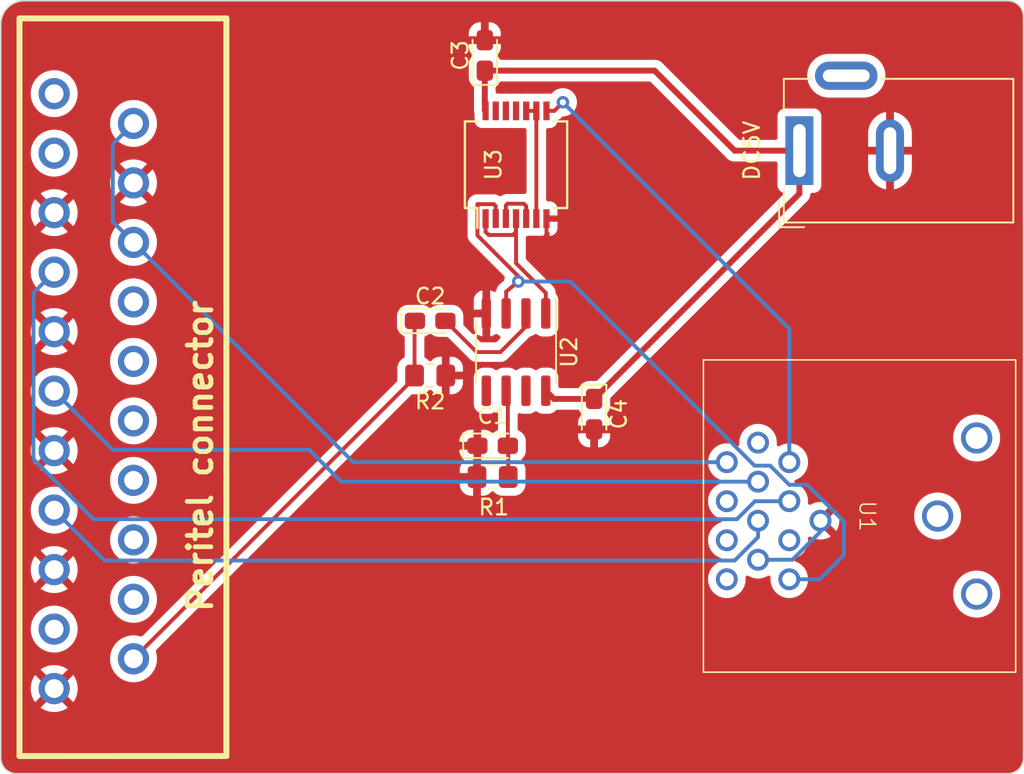
<source format=kicad_pcb>
(kicad_pcb (version 20221018) (generator pcbnew)
  (layers (0 "F.Cu" signal) (31 "B.Cu" signal) (34 "B.Paste" user) (35 "F.Paste" user) (36 "B.SilkS" user "B.Silkscreen") (37 "F.SilkS" user "F.Silkscreen") (38 "B.Mask" user) (39 "F.Mask" user) (44 "Edge.Cuts" user))
  (net 0 "")
  (net 1 "GND")
  (net 2 "Net-(U2-INT)")
  (net 3 "CVBS")
  (net 4 "Net-(U2-VIDEO)")
  (net 6 "AUDIO_L")
  (net 9 "VIDEO_B")
  (net 12 "VIDEO_G")
  (net 15 "VIDEO_R")
  (net 22 "HSYNC")
  (net 24 "VSYNC")
  (net 25 "Net-(U2-CSYNC)")
  (net 27 "+5V")
  (net 28 "Net-(U3-Pad3)")
  (net 29 "Net-(U3-Pad10)")
  (footprint "Package_SO:SSOP-14_5.3x6.2mm_P0.65mm" (layer "F.Cu") (at 150.5 71.5 90)
    (fp_text reference "U3" (at 0 -1.45 90) (layer "F.SilkS"))
    (fp_text value "74LS00")
    (fp_line (start -2.775 -3.275) (end -2.775 -2.475) (stroke (width 0.15)) (layer "F.SilkS"))
    (fp_line (start -2.775 -3.275) (end 2.775 -3.275) (stroke (width 0.15)) (layer "F.SilkS"))
    (fp_line (start -2.775 -2.475) (end -4.05 -2.475) (stroke (width 0.15)) (layer "F.SilkS"))
    (fp_line (start -2.775 3.275) (end -2.775 2.375) (stroke (width 0.15)) (layer "F.SilkS"))
    (fp_line (start -2.775 3.275) (end 2.775 3.275) (stroke (width 0.15)) (layer "F.SilkS"))
    (fp_line (start 2.775 -3.275) (end 2.775 -2.375) (stroke (width 0.15)) (layer "F.SilkS"))
    (fp_line (start 2.775 3.275) (end 2.775 2.375) (stroke (width 0.15)) (layer "F.SilkS"))
    (pad "1" smd rect (at -3.45 -1.95 90) (size 1.2 0.4) (layers "F.Cu" "F.Paste" "F.Mask") (net 25 "Net-(U2-CSYNC)"))
    (pad "2" smd rect (at -3.45 -1.3 90) (size 1.2 0.4) (layers "F.Cu" "F.Paste" "F.Mask") (net 24 "VSYNC"))
    (pad "3" smd rect (at -3.45 -0.65 90) (size 1.2 0.4) (layers "F.Cu" "F.Paste" "F.Mask") (net 28 "Net-(U3-Pad3)"))
    (pad "4" smd rect (at -3.45 0 90) (size 1.2 0.4) (layers "F.Cu" "F.Paste" "F.Mask") (net 25 "Net-(U2-CSYNC)"))
    (pad "5" smd rect (at -3.45 0.65 90) (size 1.2 0.4) (layers "F.Cu" "F.Paste" "F.Mask") (net 28 "Net-(U3-Pad3)"))
    (pad "6" smd rect (at -3.45 1.3 90) (size 1.2 0.4) (layers "F.Cu" "F.Paste" "F.Mask") (net 29 "Net-(U3-Pad10)"))
    (pad "7" smd rect (at -3.45 1.95 90) (size 1.2 0.4) (layers "F.Cu" "F.Paste" "F.Mask") (net 1 "GND"))
    (pad "8" smd rect (at 3.45 1.95 90) (size 1.2 0.4) (layers "F.Cu" "F.Paste" "F.Mask") (net 22 "HSYNC"))
    (pad "9" smd rect (at 3.45 1.3 90) (size 1.2 0.4) (layers "F.Cu" "F.Paste" "F.Mask") (net 29 "Net-(U3-Pad10)"))
    (pad "10" smd rect (at 3.45 0.65 90) (size 1.2 0.4) (layers "F.Cu" "F.Paste" "F.Mask") (net 29 "Net-(U3-Pad10)"))
    (pad "11" smd rect (at 3.45 0 90) (size 1.2 0.4) (layers "F.Cu" "F.Paste" "F.Mask"))
    (pad "12" smd rect (at 3.45 -0.65 90) (size 1.2 0.4) (layers "F.Cu" "F.Paste" "F.Mask"))
    (pad "13" smd rect (at 3.45 -1.3 90) (size 1.2 0.4) (layers "F.Cu" "F.Paste" "F.Mask"))
    (pad "14" smd rect (at 3.45 -1.95 90) (size 1.2 0.4) (layers "F.Cu" "F.Paste" "F.Mask") (net 27 "+5V"))
  )
  (footprint "Capacitor_Tantalum_SMD:CP_EIA-2012-15_AVX-P_Pad1.30x1.05mm_HandSolder" (layer "F.Cu") (at 148.5 64.5 90)
    (fp_text reference "C3" (at 0 -1.58 90) (layer "F.SilkS"))
    (fp_text value "0.1µF")
    (fp_line (start -1.885 -0.785) (end -1.885 0.785) (stroke (width 0.12)) (layer "F.SilkS"))
    (fp_line (start -1.885 0.785) (end 1 0.785) (stroke (width 0.12)) (layer "F.SilkS"))
    (fp_line (start 1 -0.785) (end -1.885 -0.785) (stroke (width 0.12)) (layer "F.SilkS"))
    (pad "1" smd roundrect (at -0.975 0 90) (size 1.3 1.05) (layers "F.Cu" "F.Paste" "F.Mask") (roundrect_rratio 0.238095) (net 27 "+5V"))
    (pad "2" smd roundrect (at 0.975 0 90) (size 1.3 1.05) (layers "F.Cu" "F.Paste" "F.Mask") (roundrect_rratio 0.238095) (net 1 "GND"))
  )
  (footprint "Capacitor_Tantalum_SMD:CP_EIA-2012-15_AVX-P_Pad1.30x1.05mm_HandSolder" (layer "F.Cu") (at 145 81.5)
    (fp_text reference "C2" (at 0 -1.58) (layer "F.SilkS"))
    (fp_text value "0.1µ")
    (fp_line (start -1.885 -0.785) (end -1.885 0.785) (stroke (width 0.12)) (layer "F.SilkS"))
    (fp_line (start -1.885 0.785) (end 1 0.785) (stroke (width 0.12)) (layer "F.SilkS"))
    (fp_line (start 1 -0.785) (end -1.885 -0.785) (stroke (width 0.12)) (layer "F.SilkS"))
    (pad "1" smd roundrect (at -0.975 0) (size 1.3 1.05) (layers "F.Cu" "F.Paste" "F.Mask") (roundrect_rratio 0.238095) (net 3 "CVBS"))
    (pad "2" smd roundrect (at 0.975 0) (size 1.3 1.05) (layers "F.Cu" "F.Paste" "F.Mask") (roundrect_rratio 0.238095) (net 4 "Net-(U2-VIDEO)"))
  )
  (footprint "Connector_BarrelJack:BarrelJack_Wuerth_6941xx301002" (layer "F.Cu") (at 168.65 70.6 90)
    (fp_text reference "J2" hide)
    (fp_text value "DC5V" (at 0 -3.049234 90) (layer "F.SilkS"))
    (fp_line (start -4.9 -1.3) (end -4.9 0.3) (stroke (width 0.12)) (layer "F.SilkS"))
    (fp_line (start -4.6 -1) (end -2.5 -1) (stroke (width 0.12)) (layer "F.SilkS"))
    (fp_line (start -4.6 13.7) (end -4.6 -1) (stroke (width 0.12)) (layer "F.SilkS"))
    (fp_line (start -3.2 -1.3) (end -4.9 -1.3) (stroke (width 0.12)) (layer "F.SilkS"))
    (fp_line (start 2.5 -1) (end 4.6 -1) (stroke (width 0.12)) (layer "F.SilkS"))
    (fp_line (start 4.6 -1) (end 4.6 0.8) (stroke (width 0.12)) (layer "F.SilkS"))
    (fp_line (start 4.6 5.2) (end 4.6 13.7) (stroke (width 0.12)) (layer "F.SilkS"))
    (fp_line (start 4.6 13.7) (end -4.6 13.7) (stroke (width 0.12)) (layer "F.SilkS"))
    (pad "1" thru_hole rect (at 0 0 90) (size 4.4 1.8) (drill oval 3.4 0.8) (layers "*.Cu" "*.Mask") (net 27 "+5V"))
    (pad "2" thru_hole oval (at 0 5.8 90) (size 4 1.8) (drill oval 3 0.8) (layers "*.Cu" "*.Mask") (net 1 "GND"))
    (pad "3" thru_hole oval (at 4.8 3 180) (size 4 1.8) (drill oval 3 0.8) (layers "*.Cu" "*.Mask"))
  )
  (footprint "Capacitor_Tantalum_SMD:CP_EIA-2012-15_AVX-P_Pad1.30x1.05mm_HandSolder" (layer "F.Cu") (at 155.5 87.475 -90)
    (fp_text reference "C4" (at 0 -1.58 90) (layer "F.SilkS"))
    (fp_text value "0.1µF")
    (fp_line (start -1.885 -0.785) (end -1.885 0.785) (stroke (width 0.12)) (layer "F.SilkS"))
    (fp_line (start -1.885 0.785) (end 1 0.785) (stroke (width 0.12)) (layer "F.SilkS"))
    (fp_line (start 1 -0.785) (end -1.885 -0.785) (stroke (width 0.12)) (layer "F.SilkS"))
    (pad "1" smd roundrect (at -0.975 0 270) (size 1.3 1.05) (layers "F.Cu" "F.Paste" "F.Mask") (roundrect_rratio 0.238095) (net 27 "+5V"))
    (pad "2" smd roundrect (at 0.975 0 270) (size 1.3 1.05) (layers "F.Cu" "F.Paste" "F.Mask") (roundrect_rratio 0.238095) (net 1 "GND"))
  )
  (footprint "Capacitor_Tantalum_SMD:CP_EIA-2012-15_AVX-P_Pad1.30x1.05mm_HandSolder" (layer "F.Cu") (at 149 89.5)
    (fp_text reference "C1" (at 0 -1.918095) (layer "F.SilkS"))
    (fp_text value "0.1µ")
    (fp_line (start -1.885 -0.785) (end -1.885 0.785) (stroke (width 0.12)) (layer "F.SilkS"))
    (fp_line (start -1.885 0.785) (end 1 0.785) (stroke (width 0.12)) (layer "F.SilkS"))
    (fp_line (start 1 -0.785) (end -1.885 -0.785) (stroke (width 0.12)) (layer "F.SilkS"))
    (pad "1" smd roundrect (at -0.975 0) (size 1.3 1.05) (layers "F.Cu" "F.Paste" "F.Mask") (roundrect_rratio 0.238095) (net 1 "GND"))
    (pad "2" smd roundrect (at 0.975 0) (size 1.3 1.05) (layers "F.Cu" "F.Paste" "F.Mask") (roundrect_rratio 0.238095) (net 2 "Net-(U2-INT)"))
  )
  (footprint "Resistor_SMD:R_0805_2012Metric_Pad1.20x1.40mm_HandSolder" (layer "F.Cu") (at 145 85 180)
    (fp_text reference "R2" (at 0 -1.65) (layer "F.SilkS"))
    (fp_text value "75Ω")
    (fp_line (start -0.227064 -0.735) (end 0.227064 -0.735) (stroke (width 0.12)) (layer "F.SilkS"))
    (fp_line (start -0.227064 0.735) (end 0.227064 0.735) (stroke (width 0.12)) (layer "F.SilkS"))
    (pad "1" smd roundrect (at -1 0 180) (size 1.2 1.4) (layers "F.Cu" "F.Paste" "F.Mask") (roundrect_rratio 0.208333) (net 1 "GND"))
    (pad "2" smd roundrect (at 1 0 180) (size 1.2 1.4) (layers "F.Cu" "F.Paste" "F.Mask") (roundrect_rratio 0.208333) (net 3 "CVBS"))
  )
  (footprint "Resistor_SMD:R_0805_2012Metric_Pad1.20x1.40mm_HandSolder" (layer "F.Cu") (at 149 91.5)
    (fp_text reference "R1" (at 0.076589 1.938278) (layer "F.SilkS"))
    (fp_text value "680kΩ")
    (fp_line (start -0.227064 -0.735) (end 0.227064 -0.735) (stroke (width 0.12)) (layer "F.SilkS"))
    (fp_line (start -0.227064 0.735) (end 0.227064 0.735) (stroke (width 0.12)) (layer "F.SilkS"))
    (pad "1" smd roundrect (at -1 0) (size 1.2 1.4) (layers "F.Cu" "F.Paste" "F.Mask") (roundrect_rratio 0.208333) (net 1 "GND"))
    (pad "2" smd roundrect (at 1 0) (size 1.2 1.4) (layers "F.Cu" "F.Paste" "F.Mask") (roundrect_rratio 0.208333) (net 2 "Net-(U2-INT)"))
  )
  (footprint "sc1224-scart:SCART" (layer "F.Cu") (at 128.19964 86 90)
    (fp_text reference "J1")
    (fp_text value "Peritel connector" (at -4.16 2.07004 90) (layer "F.SilkS") (effects (font (size 1.524 1.524) (thickness 0.3048))))
    (fp_line (start -23.372 -9.5) (end 23.872 -9.5) (stroke (width 0.381)) (layer "F.SilkS"))
    (fp_line (start -23.372 3.75) (end 23.872 3.75) (stroke (width 0.381)) (layer "F.SilkS"))
    (fp_line (start -23.368 3.75) (end -23.372 -9.5) (stroke (width 0.381)) (layer "F.SilkS"))
    (fp_line (start 23.872 -9.5) (end 23.872 3.75) (stroke (width 0.381)) (layer "F.SilkS"))
    (pad "1" thru_hole circle (at 19.05 -7.27964 90) (size 1.99898 1.99898) (drill 1.19888) (layers "*.Cu" "*.Mask"))
    (pad "2" thru_hole circle (at 17.145 -2.19964 90) (size 1.99898 1.99898) (drill 1.19888) (layers "*.Cu" "*.Mask") (net 6 "AUDIO_L"))
    (pad "3" thru_hole circle (at 15.24 -7.27964 90) (size 1.99898 1.99898) (drill 1.19888) (layers "*.Cu" "*.Mask"))
    (pad "4" thru_hole circle (at 13.335 -2.19964 90) (size 1.99898 1.99898) (drill 1.19888) (layers "*.Cu" "*.Mask") (net 1 "GND"))
    (pad "5" thru_hole circle (at 11.43 -7.27964 90) (size 1.99898 1.99898) (drill 1.19888) (layers "*.Cu" "*.Mask") (net 1 "GND"))
    (pad "6" thru_hole circle (at 9.525 -2.19964 90) (size 1.99898 1.99898) (drill 1.19888) (layers "*.Cu" "*.Mask") (net 6 "AUDIO_L"))
    (pad "7" thru_hole circle (at 7.62 -7.27964 90) (size 1.99898 1.99898) (drill 1.19888) (layers "*.Cu" "*.Mask") (net 9 "VIDEO_B"))
    (pad "8" thru_hole circle (at 5.715 -2.19964 90) (size 1.99898 1.99898) (drill 1.19888) (layers "*.Cu" "*.Mask"))
    (pad "9" thru_hole circle (at 3.81 -7.27964 90) (size 1.99898 1.99898) (drill 1.19888) (layers "*.Cu" "*.Mask") (net 1 "GND"))
    (pad "10" thru_hole circle (at 1.905 -2.19964 90) (size 1.99898 1.99898) (drill 1.19888) (layers "*.Cu" "*.Mask"))
    (pad "11" thru_hole circle (at 0 -7.27964 90) (size 1.99898 1.99898) (drill 1.19888) (layers "*.Cu" "*.Mask") (net 12 "VIDEO_G"))
    (pad "12" thru_hole circle (at -1.905 -2.19964 90) (size 1.99898 1.99898) (drill 1.19888) (layers "*.Cu" "*.Mask"))
    (pad "13" thru_hole circle (at -3.81 -7.27964 90) (size 1.99898 1.99898) (drill 1.19888) (layers "*.Cu" "*.Mask") (net 1 "GND"))
    (pad "14" thru_hole circle (at -5.715 -2.19964 90) (size 1.99898 1.99898) (drill 1.19888) (layers "*.Cu" "*.Mask"))
    (pad "15" thru_hole circle (at -7.62 -7.27964 90) (size 1.99898 1.99898) (drill 1.19888) (layers "*.Cu" "*.Mask") (net 15 "VIDEO_R"))
    (pad "16" thru_hole circle (at -9.525 -2.19964 90) (size 1.99898 1.99898) (drill 1.19888) (layers "*.Cu" "*.Mask"))
    (pad "17" thru_hole circle (at -11.43 -7.27964 90) (size 1.99898 1.99898) (drill 1.19888) (layers "*.Cu" "*.Mask") (net 1 "GND"))
    (pad "18" thru_hole circle (at -13.335 -2.19964 90) (size 1.99898 1.99898) (drill 1.19888) (layers "*.Cu" "*.Mask"))
    (pad "19" thru_hole circle (at -15.24 -7.27964 90) (size 1.99898 1.99898) (drill 1.19888) (layers "*.Cu" "*.Mask"))
    (pad "20" thru_hole circle (at -17.145 -2.19964 90) (size 1.99898 1.99898) (drill 1.19888) (layers "*.Cu" "*.Mask") (net 3 "CVBS"))
    (pad "21" thru_hole circle (at -19.05 -7.27964 90) (size 1.99898 1.99898) (drill 1.19888) (layers "*.Cu" "*.Mask") (net 1 "GND"))
  )
  (footprint "Package_SO:SOIC-8_3.9x4.9mm_P1.27mm" (layer "F.Cu") (at 150.5 83.5 -90)
    (fp_text reference "U2" (at 0 -3.4 90) (layer "F.SilkS"))
    (fp_text value "LM1881")
    (fp_line (start 0 -2.56) (end -3.45 -2.56) (stroke (width 0.12)) (layer "F.SilkS"))
    (fp_line (start 0 -2.56) (end 1.95 -2.56) (stroke (width 0.12)) (layer "F.SilkS"))
    (fp_line (start 0 2.56) (end -1.95 2.56) (stroke (width 0.12)) (layer "F.SilkS"))
    (fp_line (start 0 2.56) (end 1.95 2.56) (stroke (width 0.12)) (layer "F.SilkS"))
    (pad "1" smd roundrect (at -2.475 -1.905 270) (size 1.95 0.6) (layers "F.Cu" "F.Paste" "F.Mask") (net 25 "Net-(U2-CSYNC)"))
    (pad "2" smd roundrect (at -2.475 -0.635 270) (size 1.95 0.6) (layers "F.Cu" "F.Paste" "F.Mask") (net 4 "Net-(U2-VIDEO)"))
    (pad "3" smd roundrect (at -2.475 0.635 270) (size 1.95 0.6) (layers "F.Cu" "F.Paste" "F.Mask") (net 24 "VSYNC"))
    (pad "4" smd roundrect (at -2.475 1.905 270) (size 1.95 0.6) (layers "F.Cu" "F.Paste" "F.Mask") (net 1 "GND"))
    (pad "5" smd roundrect (at 2.475 1.905 270) (size 1.95 0.6) (layers "F.Cu" "F.Paste" "F.Mask"))
    (pad "6" smd roundrect (at 2.475 0.635 270) (size 1.95 0.6) (layers "F.Cu" "F.Paste" "F.Mask") (net 2 "Net-(U2-INT)"))
    (pad "7" smd roundrect (at 2.475 -0.635 270) (size 1.95 0.6) (layers "F.Cu" "F.Paste" "F.Mask"))
    (pad "8" smd roundrect (at 2.475 -1.905 270) (size 1.95 0.6) (layers "F.Cu" "F.Paste" "F.Mask") (net 27 "+5V"))
  )
  (footprint "sc1224-scart:DIN-13" (layer "F.Cu") (at 182.5 94 -90)
    (fp_text reference "U1" (at 0 9.5 -90 unlocked) (layer "F.SilkS") (effects (font (thickness 0.1))))
    (fp_text value "Atari RGB Connector")
    (fp_line (start -10 0) (end 10 0) (stroke (width 0.1)) (layer "F.SilkS"))
    (fp_line (start -10 20) (end -10 0) (stroke (width 0.1)) (layer "F.SilkS"))
    (fp_line (start 10 0) (end 10 20) (stroke (width 0.1)) (layer "F.SilkS"))
    (fp_line (start 10 20) (end -10 20) (stroke (width 0.1)) (layer "F.SilkS"))
    (pad "" thru_hole circle (at -5 2.5 270) (size 2 2) (drill 1.4) (layers "*.Cu" "*.Mask"))
    (pad "" thru_hole circle (at 0 5 270) (size 2 2) (drill 1.4) (layers "*.Cu" "*.Mask"))
    (pad "" thru_hole circle (at 5 2.5 270) (size 2 2) (drill 1.4) (layers "*.Cu" "*.Mask"))
    (pad "1" thru_hole circle (at -3.45 18.5 270) (size 1.4 1.4) (drill 0.9) (layers "*.Cu" "*.Mask") (net 6 "AUDIO_L"))
    (pad "2" thru_hole circle (at -0.95 18.5 270) (size 1.4 1.4) (drill 0.9) (layers "*.Cu" "*.Mask"))
    (pad "3" thru_hole circle (at 1.55 18.5 270) (size 1.4 1.4) (drill 0.9) (layers "*.Cu" "*.Mask"))
    (pad "4" thru_hole circle (at 4.05 18.5 270) (size 1.4 1.4) (drill 0.9) (layers "*.Cu" "*.Mask"))
    (pad "5" thru_hole circle (at -4.7 16.5 270) (size 1.4 1.4) (drill 0.9) (layers "*.Cu" "*.Mask"))
    (pad "6" thru_hole circle (at -2.2 16.5 270) (size 1.4 1.4) (drill 0.9) (layers "*.Cu" "*.Mask") (net 12 "VIDEO_G"))
    (pad "7" thru_hole circle (at 0.3 16.5 270) (size 1.4 1.4) (drill 0.9) (layers "*.Cu" "*.Mask") (net 15 "VIDEO_R"))
    (pad "8" thru_hole circle (at 2.8 16.5 270) (size 1.4 1.4) (drill 0.9) (layers "*.Cu" "*.Mask") (net 1 "GND"))
    (pad "9" thru_hole circle (at -3.45 14.5 270) (size 1.4 1.4) (drill 0.9) (layers "*.Cu" "*.Mask") (net 22 "HSYNC"))
    (pad "10" thru_hole circle (at -0.95 14.5 270) (size 1.4 1.4) (drill 0.9) (layers "*.Cu" "*.Mask") (net 9 "VIDEO_B"))
    (pad "11" thru_hole circle (at 1.55 14.5 270) (size 1.4 1.4) (drill 0.9) (layers "*.Cu" "*.Mask"))
    (pad "12" thru_hole circle (at 4.05 14.5 270) (size 1.4 1.4) (drill 0.9) (layers "*.Cu" "*.Mask") (net 24 "VSYNC"))
    (pad "13" thru_hole circle (at 0.3 12.5 270) (size 1.4 1.4) (drill 0.9) (layers "*.Cu" "*.Mask") (net 1 "GND"))
  )
  (gr_line (start 118.5 110.5) (end 182 110.5) (stroke (width 0.1)) (layer "Edge.Cuts"))
  (gr_arc (start 117.5 62.5) (mid 117.93934 61.43934) (end 119 61) (stroke (width 0.1)) (layer "Edge.Cuts"))
  (gr_arc (start 183 109.5) (mid 182.707107 110.207107) (end 182 110.5) (stroke (width 0.1)) (layer "Edge.Cuts"))
  (gr_arc (start 182 61) (mid 182.707107 61.292893) (end 183 62) (stroke (width 0.1)) (layer "Edge.Cuts"))
  (gr_line (start 183 100) (end 183 109.5) (stroke (width 0.1)) (layer "Edge.Cuts"))
  (gr_line (start 119 61) (end 182 61) (stroke (width 0.1)) (layer "Edge.Cuts"))
  (gr_line (start 183 62) (end 183 100) (stroke (width 0.1)) (layer "Edge.Cuts"))
  (gr_line (start 117.5 62.5) (end 117.5 109.5) (stroke (width 0.1)) (layer "Edge.Cuts"))
  (gr_arc (start 118.5 110.5) (mid 117.792893 110.207107) (end 117.5 109.5) (stroke (width 0.1)) (layer "Edge.Cuts"))
  (segment (start 152.45 74.95) (end 152.45 75.95) (width 0.25) (layer "F.Cu") (net 1))
  (segment (start 152.5 76) (end 152.45 75.95) (width 0.25) (layer "F.Cu") (net 1))
  (segment (start 166 96.8) (end 168.199569 96.8) (width 0.25) (layer "B.Cu") (net 1))
  (segment (start 170 94.999569) (end 170 94.3) (width 0.25) (layer "B.Cu") (net 1))
  (segment (start 168.199569 96.8) (end 170 94.999569) (width 0.25) (layer "B.Cu") (net 1))
  (segment (start 149.975 89.5) (end 149.975 86.085) (width 0.25) (layer "F.Cu") (net 2))
  (segment (start 150 91.5) (end 150 89.525) (width 0.25) (layer "F.Cu") (net 2))
  (segment (start 149.975 86.085) (end 149.865 85.975) (width 0.25) (layer "F.Cu") (net 2))
  (segment (start 150 89.525) (end 149.975 89.5) (width 0.25) (layer "F.Cu") (net 2))
  (segment (start 144 81.525) (end 144.025 81.5) (width 0.25) (layer "F.Cu") (net 3))
  (segment (start 144 85) (end 144 81.525) (width 0.25) (layer "F.Cu") (net 3))
  (segment (start 126 103.145) (end 144.145 85) (width 0.25) (layer "F.Cu") (net 3))
  (segment (start 151.135 81.865) (end 151.135 81.025) (width 0.25) (layer "F.Cu") (net 4))
  (segment (start 145.975 81.5) (end 147.975 83.5) (width 0.25) (layer "F.Cu") (net 4))
  (segment (start 147.975 83.5) (end 149.5 83.5) (width 0.25) (layer "F.Cu") (net 4))
  (segment (start 149.5 83.5) (end 151.135 81.865) (width 0.25) (layer "F.Cu") (net 4))
  (segment (start 140.075 90.55) (end 164 90.55) (width 0.25) (layer "B.Cu") (net 6))
  (segment (start 124.67551 75.15051) (end 126 76.475) (width 0.25) (layer "B.Cu") (net 6))
  (segment (start 126 76.475) (end 140.075 90.55) (width 0.25) (layer "B.Cu") (net 6))
  (segment (start 124.67551 70.17949) (end 124.67551 75.15051) (width 0.25) (layer "B.Cu") (net 6))
  (segment (start 126 68.855) (end 124.67551 70.17949) (width 0.25) (layer "B.Cu") (net 6))
  (segment (start 123.437398 94.20051) (end 164.649921 94.20051) (width 0.25) (layer "B.Cu") (net 9))
  (segment (start 119.59551 90.358622) (end 123.437398 94.20051) (width 0.25) (layer "B.Cu") (net 9))
  (segment (start 164.649921 94.20051) (end 165.800431 93.05) (width 0.25) (layer "B.Cu") (net 9))
  (segment (start 165.800431 93.05) (end 168 93.05) (width 0.25) (layer "B.Cu") (net 9))
  (segment (start 120.92 78.38) (end 119.59551 79.70449) (width 0.25) (layer "B.Cu") (net 9))
  (segment (start 119.59551 79.70449) (end 119.59551 90.358622) (width 0.25) (layer "B.Cu") (net 9))
  (segment (start 120.92 86) (end 124.67551 89.75551) (width 0.25) (layer "B.Cu") (net 12))
  (segment (start 124.67551 89.75551) (end 137.25551 89.75551) (width 0.25) (layer "B.Cu") (net 12))
  (segment (start 137.25551 89.75551) (end 139.3 91.8) (width 0.25) (layer "B.Cu") (net 12))
  (segment (start 139.3 91.8) (end 166 91.8) (width 0.25) (layer "B.Cu") (net 12))
  (segment (start 124.14949 96.84949) (end 120.92 93.62) (width 0.25) (layer "B.Cu") (net 15))
  (segment (start 166 94.3) (end 166 95.350431) (width 0.25) (layer "B.Cu") (net 15))
  (segment (start 164.500941 96.84949) (end 124.14949 96.84949) (width 0.25) (layer "B.Cu") (net 15))
  (segment (start 166 95.350431) (end 164.500941 96.84949) (width 0.25) (layer "B.Cu") (net 15))
  (segment (start 152.45 68.05) (end 152.95 68.05) (width 0.25) (layer "F.Cu") (net 22))
  (segment (start 152.95 68.05) (end 153.5 67.5) (width 0.25) (layer "F.Cu") (net 22))
  (via (at 153.5 67.5) (size 0.8) (drill 0.4) (layers "F.Cu" "B.Cu") (net 22))
  (segment (start 168 90.55) (end 168 82) (width 0.25) (layer "B.Cu") (net 22))
  (segment (start 168 82) (end 153.5 67.5) (width 0.25) (layer "B.Cu") (net 22))
  (segment (start 150.64546 78.64546) (end 150.64546 78.979467) (width 0.25) (layer "F.Cu") (net 24))
  (segment (start 148.025 76.025) (end 150.64546 78.64546) (width 0.25) (layer "F.Cu") (net 24))
  (segment (start 149.075 74.025) (end 148.025 74.025) (width 0.25) (layer "F.Cu") (net 24))
  (segment (start 149.865 79.635) (end 150.64546 78.979467) (width 0.25) (layer "F.Cu") (net 24))
  (segment (start 149.2 74.95) (end 149.2 74.15) (width 0.25) (layer "F.Cu") (net 24))
  (segment (start 148.025 74.025) (end 148.025 76.025) (width 0.25) (layer "F.Cu") (net 24))
  (segment (start 149.2 74.15) (end 149.075 74.025) (width 0.25) (layer "F.Cu") (net 24))
  (segment (start 149.865 81.025) (end 149.865 79.635) (width 0.25) (layer "F.Cu") (net 24))
  (via (at 150.64546 78.979467) (size 0.8) (drill 0.4) (layers "F.Cu" "B.Cu") (net 24))
  (segment (start 165.775 90.775) (end 166.775431 90.775) (width 0.25) (layer "B.Cu") (net 24))
  (segment (start 171.5 94.350431) (end 171.5 96.5) (width 0.25) (layer "B.Cu") (net 24))
  (segment (start 166.775431 90.775) (end 168.000431 92) (width 0.25) (layer "B.Cu") (net 24))
  (segment (start 168.000431 92) (end 169.149569 92) (width 0.25) (layer "B.Cu") (net 24))
  (segment (start 171.5 96.5) (end 169.95 98.05) (width 0.25) (layer "B.Cu") (net 24))
  (segment (start 169.149569 92) (end 171.5 94.350431) (width 0.25) (layer "B.Cu") (net 24))
  (segment (start 153.979467 78.979467) (end 165.775 90.775) (width 0.25) (layer "B.Cu") (net 24))
  (segment (start 169.95 98.05) (end 168 98.05) (width 0.25) (layer "B.Cu") (net 24))
  (segment (start 150.64546 78.979467) (end 153.979467 78.979467) (width 0.25) (layer "B.Cu") (net 24))
  (segment (start 148.75 76) (end 150.3 76) (width 0.25) (layer "F.Cu") (net 25))
  (segment (start 150.3 76) (end 150.5 75.8) (width 0.25) (layer "F.Cu") (net 25))
  (segment (start 152.405 79.713702) (end 152.405 81.025) (width 0.25) (layer "F.Cu") (net 25))
  (segment (start 150.5 77.808702) (end 152.405 79.713702) (width 0.25) (layer "F.Cu") (net 25))
  (segment (start 148.55 74.95) (end 148.55 75.8) (width 0.25) (layer "F.Cu") (net 25))
  (segment (start 150.5 74.95) (end 150.5 77.808702) (width 0.25) (layer "F.Cu") (net 25))
  (segment (start 148.55 75.8) (end 148.75 76) (width 0.25) (layer "F.Cu") (net 25))
  (segment (start 150.5 75.8) (end 150.5 74.95) (width 0.25) (layer "F.Cu") (net 25))
  (segment (start 148.5 65.475) (end 148.5 68) (width 0.381) (layer "F.Cu") (net 27))
  (segment (start 159.375 65.475) (end 148.5 65.475) (width 0.381) (layer "F.Cu") (net 27))
  (segment (start 148.5 68) (end 148.55 68.05) (width 0.381) (layer "F.Cu") (net 27))
  (segment (start 168.65 73.35) (end 168.65 70.6) (width 0.381) (layer "F.Cu") (net 27))
  (segment (start 164.5 70.6) (end 159.375 65.475) (width 0.381) (layer "F.Cu") (net 27))
  (segment (start 152.93 86.5) (end 152.405 85.975) (width 0.381) (layer "F.Cu") (net 27))
  (segment (start 155.5 86.5) (end 168.65 73.35) (width 0.381) (layer "F.Cu") (net 27))
  (segment (start 155.5 86.5) (end 152.93 86.5) (width 0.381) (layer "F.Cu") (net 27))
  (segment (start 164.5 70.6) (end 168.65 70.6) (width 0.381) (layer "F.Cu") (net 27))
  (segment (start 151.15 74.15) (end 151.15 74.95) (width 0.25) (layer "F.Cu") (net 28))
  (segment (start 149.95 74) (end 151 74) (width 0.25) (layer "F.Cu") (net 28))
  (segment (start 149.85 74.95) (end 149.85 74.1) (width 0.25) (layer "F.Cu") (net 28))
  (segment (start 149.85 74.1) (end 149.95 74) (width 0.25) (layer "F.Cu") (net 28))
  (segment (start 151 74) (end 151.15 74.15) (width 0.25) (layer "F.Cu") (net 28))
  (segment (start 151.8 68.05) (end 151.8 74.95) (width 0.25) (layer "F.Cu") (net 29))
  (segment (start 151.15 68.05) (end 151.8 68.05) (width 0.25) (layer "F.Cu") (net 29))
  (zone (net 1) (net_name "GND") (layer "F.Cu") (connect_pads (clearance 0.5)) (min_thickness 0.25) (fill yes (thermal_gap 0.5) (thermal_bridge_width 0.5))
    (polygon (pts (xy 117.5 61) (xy 183 61) (xy 183 110.5) (xy 117.5 110.5)))
  )
)
</source>
